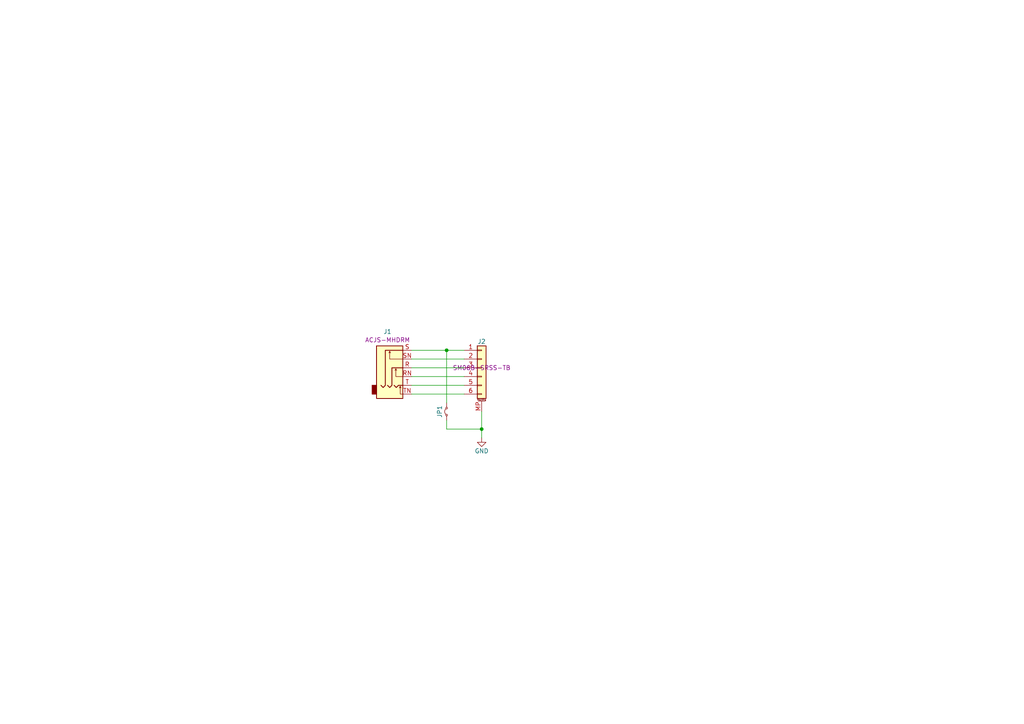
<source format=kicad_sch>
(kicad_sch (version 20250114) (generator "eeschema") (generator_version "9.0")
  (paper "A4")
  (lib_symbols
    (symbol "#gplm:art/ART-1000-2001" (pin_numbers (hide yes)) (pin_names (offset 0) (hide yes)) (exclude_from_sim yes)
      (property "Reference" "JP" (at 0 2.032 0))
      (property "Value" "Jumper_2_Small_Bridged" (at 0 -2.286 0))
      (symbol "art/ART-1000-2001_0_0"
        (circle (center -1.016 0) (radius 0.254))
        (circle (center 1.016 0) (radius 0.254))
      )
      (symbol "art/ART-1000-2001_0_1"
        (arc (start -0.762 0.254) (mid 0 0.5696) (end 0.762 0.254))
      )
      (symbol "art/ART-1000-2001_1_1"
        (pin passive line (at -2.54 0 0) (length 1.27) (name "A") (number "1"))
        (pin passive line (at 2.54 0 180) (length 1.27) (name "B") (number "2"))
      )
    )
    (symbol "#gplm:con/CON-1003-S301"
      (property "Reference" "J" (at 0 11.43 0))
      (property "MPN" "ACJS-MHDRM" (at 0 0 0))
      (symbol "con/CON-1003-S301_0_1"
        (rectangle (start -5.08 -5.08) (end -6.35 -7.62) (stroke (width 0.254)) (fill (type outline)))
        (polyline (pts (xy -1.905 -5.08) (xy -1.27 -5.715) (xy -0.635 -5.08) (xy -0.635 0) (xy 2.54 0)) (stroke (width 0.254)))
        (polyline (pts (xy -1.27 4.826) (xy -1.016 4.318)))
        (polyline (pts (xy 0 -5.08) (xy 0.635 -5.715) (xy 1.27 -5.08) (xy 2.54 -5.08)) (stroke (width 0.254)))
        (polyline (pts (xy 0.508 -0.254) (xy 0.762 -0.762)))
        (polyline (pts (xy 1.778 -5.334) (xy 2.032 -5.842)))
        (rectangle (start 2.54 6.35) (end -5.08 -8.89) (stroke (width 0.254)) (fill (type background)))
        (polyline (pts (xy 2.54 5.08) (xy -2.54 5.08) (xy -2.54 -5.08) (xy -3.175 -5.715) (xy -3.81 -5.08)) (stroke (width 0.254)))
        (polyline (pts (xy 2.54 2.54) (xy -1.27 2.54) (xy -1.27 4.826) (xy -1.524 4.318)))
        (polyline (pts (xy 2.54 -2.54) (xy 0.508 -2.54) (xy 0.508 -0.254) (xy 0.254 -0.762)))
        (polyline (pts (xy 2.54 -7.62) (xy 1.778 -7.62) (xy 1.778 -5.334) (xy 1.524 -5.842)))
      )
      (symbol "con/CON-1003-S301_1_1"
        (pin passive line (at 5.08 5.08 180) (length 2.54) (name "~") (number "S"))
        (pin passive line (at 5.08 2.54 180) (length 2.54) (name "~") (number "SN"))
        (pin passive line (at 5.08 0 180) (length 2.54) (name "~") (number "R"))
        (pin passive line (at 5.08 -2.54 180) (length 2.54) (name "~") (number "RN"))
        (pin passive line (at 5.08 -5.08 180) (length 2.54) (name "~") (number "T"))
        (pin passive line (at 5.08 -7.62 180) (length 2.54) (name "~") (number "TN"))
      )
    )
    (symbol "#gplm:con/CON-5001-0006" (pin_names (offset 1.016) (hide yes))
      (property "Reference" "J" (at 0 7.62 0))
      (property "MPN" "SM06B-SRSS-TB" (at 0 0 0))
      (symbol "con/CON-5001-0006_1_1"
        (rectangle (start -1.27 6.35) (end 1.27 -8.89) (stroke (width 0.254)) (fill (type background)))
        (rectangle (start -1.27 5.207) (end 0 4.953) (stroke (width 0.1524)))
        (rectangle (start -1.27 2.667) (end 0 2.413) (stroke (width 0.1524)))
        (rectangle (start -1.27 0.127) (end 0 -0.127) (stroke (width 0.1524)))
        (rectangle (start -1.27 -2.413) (end 0 -2.667) (stroke (width 0.1524)))
        (rectangle (start -1.27 -4.953) (end 0 -5.207) (stroke (width 0.1524)))
        (rectangle (start -1.27 -7.493) (end 0 -7.747) (stroke (width 0.1524)))
        (polyline (pts (xy -1.016 -9.652) (xy 1.016 -9.652)) (stroke (width 0.1524)))
        (text "Mounting" (at 0 -9.271 0) (effects (font (size 0.381 0.381))))
        (pin passive line (at -5.08 5.08 0) (length 3.81) (name "Pin_1") (number "1"))
        (pin passive line (at -5.08 2.54 0) (length 3.81) (name "Pin_2") (number "2"))
        (pin passive line (at -5.08 0 0) (length 3.81) (name "Pin_3") (number "3"))
        (pin passive line (at -5.08 -2.54 0) (length 3.81) (name "Pin_4") (number "4"))
        (pin passive line (at -5.08 -5.08 0) (length 3.81) (name "Pin_5") (number "5"))
        (pin passive line (at -5.08 -7.62 0) (length 3.81) (name "Pin_6") (number "6"))
        (pin passive line (at 0 -12.7 90) (length 3.048) (name "MountPin") (number "MP"))
      )
    )
    (symbol "power:GND" (power) (pin_numbers (hide yes)) (pin_names (offset 0) (hide yes))
      (property "Value" "GND" (at 0 -3.81 0))
      (symbol "GND_0_1"
        (polyline (pts (xy 0 0) (xy 0 -1.27) (xy 1.27 -1.27) (xy 0 -2.54) (xy -1.27 -1.27) (xy 0 -1.27)))
      )
      (symbol "GND_1_1"
        (pin power_in line (at 0 0 270) (length 0) (name "~") (number "1"))
      )
    )
  )
  (junction (at 139.7 124.46))
  (junction (at 129.54 101.6))
  (wire (pts (xy 129.54 124.46) (xy 139.7 124.46)))
  (wire (pts (xy 119.38 111.76) (xy 134.62 111.76)))
  (wire (pts (xy 139.7 124.46) (xy 139.7 127)))
  (wire (pts (xy 119.38 109.22) (xy 134.62 109.22)))
  (wire (pts (xy 119.38 104.14) (xy 134.62 104.14)))
  (wire (pts (xy 139.7 119.38) (xy 139.7 124.46)))
  (wire (pts (xy 129.54 101.6) (xy 129.54 116.84)))
  (wire (pts (xy 119.38 101.6) (xy 129.54 101.6)))
  (wire (pts (xy 129.54 121.92) (xy 129.54 124.46)))
  (wire (pts (xy 129.54 101.6) (xy 134.62 101.6)))
  (wire (pts (xy 119.38 106.68) (xy 134.62 106.68)))
  (wire (pts (xy 119.38 114.3) (xy 134.62 114.3)))
  (symbol (lib_id "power:GND") (at 139.7 127 0) (unit 1)
    (property "Reference" "#PWR01" (effects (hide yes)))
    (property "Value" "GND" (at 139.7 130.81 0))
    (property "Description" "Power symbol creates a global label with name \"GND\" , ground" (effects (hide yes)))
  )
  (symbol (lib_id "#gplm:art/ART-1000-2001") (at 129.54 119.38 90) (unit 1)
    (property "Reference" "JP1" (at 127.508 119.38 0))
    (property "Value" "Jumper_2_Small_Bridged" (effects (hide yes)))
    (property "Footprint" "Jumper:SolderJumper-2_P1.3mm_Bridged2Bar_Pad1.0x1.5mm" (effects (hide yes)))
    (property "Description" "Jumper, Mini 1x1.5mm, 2 pin – Bridged 2 Bar" (effects (hide yes)))
    (property "IPN" "ART-1000-2001" (effects (hide yes)))
  )
  (symbol (lib_id "#gplm:con/CON-1003-S301") (at 114.3 106.68 0) (unit 1)
    (property "Reference" "J1" (at 112.395 96.1855 0))
    (property "Value" "6" (effects (hide yes)))
    (property "Footprint" "g-con:Amphenol_ACJS-MHDR(M)" (effects (hide yes)))
    (property "Description" "¼ in Audio Jack, TRS, NC switch x3, Outtie, Low Profile, Metal shaft, metal  threads" (effects (hide yes)))
    (property "IPN" "CON-1003-S301" (effects (hide yes)))
    (property "Manufacturer" "Amphenol Audio" (effects (hide yes)))
    (property "MPN" "ACJS-MHDRM" (at 112.395 98.6098 0))
    (property "Pins" "6" (effects (hide yes)))
  )
  (symbol (lib_id "#gplm:con/CON-5001-0006") (at 139.7 106.68 0) (unit 1)
    (property "Reference" "J2" (at 139.7 99.06 0))
    (property "Value" "6" (effects (hide yes)))
    (property "Footprint" "Connector_JST:JST_SH_BM06B-SRSS-TB_1x06-1MP_P1.00mm_Vertical" (effects (hide yes)))
    (property "Datasheet" "https://www.jst.com/wp-content/uploads/2021/01/eSH-new.pdf" (effects (hide yes)))
    (property "Description" "CONN WIRE TO BOARD SMD R/A 6POS 1MM" (effects (hide yes)))
    (property "IPN" "CON-5001-0006" (effects (hide yes)))
    (property "Manufacturer" "JST" (effects (hide yes)))
    (property "MPN" "SM06B-SRSS-TB" (at 139.7 106.68 0))
    (property "Pins" "6" (effects (hide yes)))
  )
)
</source>
